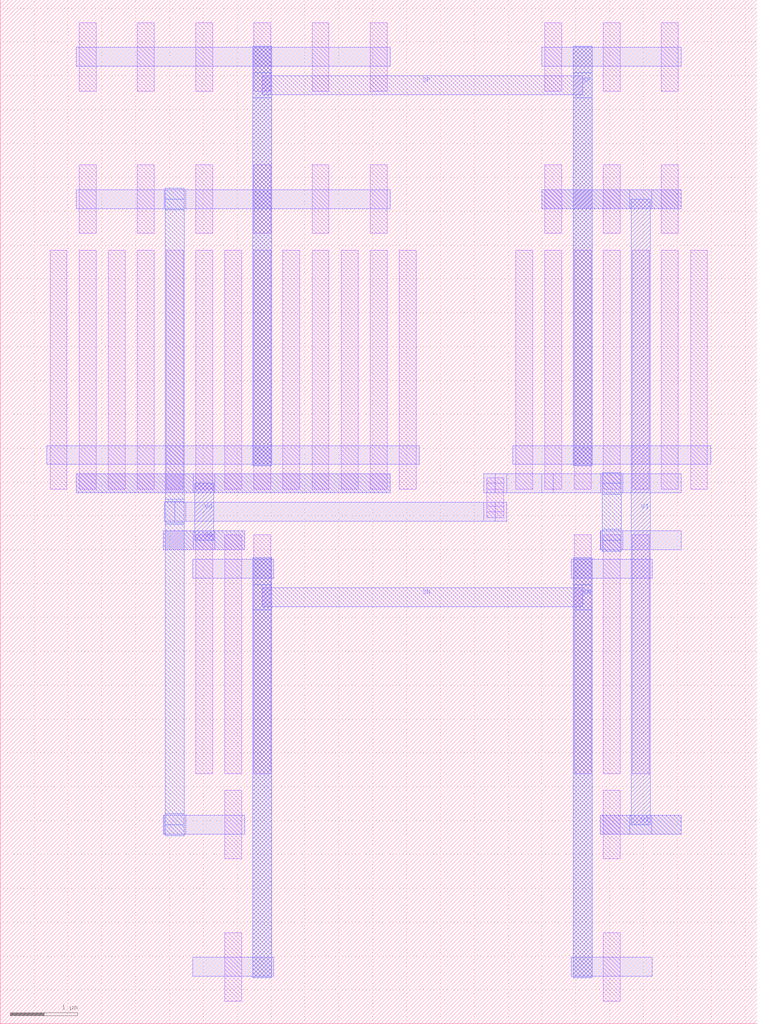
<source format=lef>
MACRO STAGE2_INV_2661262
  ORIGIN 0 0 ;
  FOREIGN STAGE2_INV_2661262 0 0 ;
  SIZE 11.18 BY 15.12 ;
  PIN VI
    DIRECTION INOUT ;
    USE SIGNAL ;
    PORT 
      LAYER M2 ;
        RECT 8 12.04 10.06 12.32 ;
      LAYER M2 ;
        RECT 8.86 2.8 10.06 3.08 ;
      LAYER M2 ;
        RECT 9.3 12.04 9.62 12.32 ;
      LAYER M3 ;
        RECT 9.32 2.94 9.6 12.18 ;
      LAYER M2 ;
        RECT 9.3 2.8 9.62 3.08 ;
    END
  END VI
  PIN SN
    DIRECTION INOUT ;
    USE SIGNAL ;
    PORT 
      LAYER M3 ;
        RECT 3.73 0.68 4.01 6.88 ;
      LAYER M3 ;
        RECT 8.46 0.68 8.74 6.88 ;
      LAYER M3 ;
        RECT 3.73 6.115 4.01 6.485 ;
      LAYER M2 ;
        RECT 3.87 6.16 8.6 6.44 ;
      LAYER M3 ;
        RECT 8.46 6.115 8.74 6.485 ;
    END
  END SN
  PIN VO
    DIRECTION INOUT ;
    USE SIGNAL ;
    PORT 
      LAYER M2 ;
        RECT 1.12 7.84 5.76 8.12 ;
      LAYER M2 ;
        RECT 2.41 7 3.61 7.28 ;
      LAYER M2 ;
        RECT 2.85 7.84 3.17 8.12 ;
      LAYER M3 ;
        RECT 2.87 7.14 3.15 7.98 ;
      LAYER M2 ;
        RECT 2.85 7 3.17 7.28 ;
    END
  END VO
  PIN SP
    DIRECTION INOUT ;
    USE SIGNAL ;
    PORT 
      LAYER M3 ;
        RECT 3.73 8.24 4.01 14.44 ;
      LAYER M3 ;
        RECT 8.46 8.24 8.74 14.44 ;
      LAYER M3 ;
        RECT 3.73 13.675 4.01 14.045 ;
      LAYER M2 ;
        RECT 3.87 13.72 8.6 14 ;
      LAYER M3 ;
        RECT 8.46 13.675 8.74 14.045 ;
    END
  END SP
  OBS 
  LAYER M2 ;
        RECT 1.12 12.04 5.76 12.32 ;
  LAYER M2 ;
        RECT 2.41 2.8 3.61 3.08 ;
  LAYER M2 ;
        RECT 8 7.84 10.06 8.12 ;
  LAYER M2 ;
        RECT 8.86 7 10.06 7.28 ;
  LAYER M2 ;
        RECT 2.42 12.04 2.74 12.32 ;
  LAYER M3 ;
        RECT 2.44 2.94 2.72 12.18 ;
  LAYER M2 ;
        RECT 2.42 2.8 2.74 3.08 ;
  LAYER M3 ;
        RECT 2.44 7.375 2.72 7.745 ;
  LAYER M2 ;
        RECT 2.58 7.42 7.31 7.7 ;
  LAYER M1 ;
        RECT 7.185 7.56 7.435 7.98 ;
  LAYER M2 ;
        RECT 7.31 7.84 8.17 8.12 ;
  LAYER M2 ;
        RECT 8.87 7.84 9.19 8.12 ;
  LAYER M3 ;
        RECT 8.89 7.14 9.17 7.98 ;
  LAYER M2 ;
        RECT 8.87 7 9.19 7.28 ;
  LAYER M2 ;
        RECT 2.42 12.04 2.74 12.32 ;
  LAYER M3 ;
        RECT 2.44 12.02 2.72 12.34 ;
  LAYER M2 ;
        RECT 2.42 2.8 2.74 3.08 ;
  LAYER M3 ;
        RECT 2.44 2.78 2.72 3.1 ;
  LAYER M2 ;
        RECT 2.42 12.04 2.74 12.32 ;
  LAYER M3 ;
        RECT 2.44 12.02 2.72 12.34 ;
  LAYER M2 ;
        RECT 2.42 2.8 2.74 3.08 ;
  LAYER M3 ;
        RECT 2.44 2.78 2.72 3.1 ;
  LAYER M1 ;
        RECT 7.185 7.895 7.435 8.065 ;
  LAYER M2 ;
        RECT 7.14 7.84 7.48 8.12 ;
  LAYER M1 ;
        RECT 7.185 7.475 7.435 7.645 ;
  LAYER M2 ;
        RECT 7.14 7.42 7.48 7.7 ;
  LAYER M2 ;
        RECT 2.42 12.04 2.74 12.32 ;
  LAYER M3 ;
        RECT 2.44 12.02 2.72 12.34 ;
  LAYER M2 ;
        RECT 2.42 7.42 2.74 7.7 ;
  LAYER M3 ;
        RECT 2.44 7.4 2.72 7.72 ;
  LAYER M2 ;
        RECT 2.42 2.8 2.74 3.08 ;
  LAYER M3 ;
        RECT 2.44 2.78 2.72 3.1 ;
  LAYER M1 ;
        RECT 7.185 7.895 7.435 8.065 ;
  LAYER M2 ;
        RECT 7.14 7.84 7.48 8.12 ;
  LAYER M1 ;
        RECT 7.185 7.475 7.435 7.645 ;
  LAYER M2 ;
        RECT 7.14 7.42 7.48 7.7 ;
  LAYER M2 ;
        RECT 2.42 12.04 2.74 12.32 ;
  LAYER M3 ;
        RECT 2.44 12.02 2.72 12.34 ;
  LAYER M2 ;
        RECT 2.42 7.42 2.74 7.7 ;
  LAYER M3 ;
        RECT 2.44 7.4 2.72 7.72 ;
  LAYER M2 ;
        RECT 2.42 2.8 2.74 3.08 ;
  LAYER M3 ;
        RECT 2.44 2.78 2.72 3.1 ;
  LAYER M1 ;
        RECT 7.185 7.895 7.435 8.065 ;
  LAYER M2 ;
        RECT 7.14 7.84 7.48 8.12 ;
  LAYER M1 ;
        RECT 7.185 7.475 7.435 7.645 ;
  LAYER M2 ;
        RECT 7.14 7.42 7.48 7.7 ;
  LAYER M2 ;
        RECT 2.42 12.04 2.74 12.32 ;
  LAYER M3 ;
        RECT 2.44 12.02 2.72 12.34 ;
  LAYER M2 ;
        RECT 2.42 7.42 2.74 7.7 ;
  LAYER M3 ;
        RECT 2.44 7.4 2.72 7.72 ;
  LAYER M2 ;
        RECT 2.42 2.8 2.74 3.08 ;
  LAYER M3 ;
        RECT 2.44 2.78 2.72 3.1 ;
  LAYER M2 ;
        RECT 8.87 7.84 9.19 8.12 ;
  LAYER M3 ;
        RECT 8.89 7.82 9.17 8.14 ;
  LAYER M2 ;
        RECT 8.87 7 9.19 7.28 ;
  LAYER M3 ;
        RECT 8.89 6.98 9.17 7.3 ;
  LAYER M1 ;
        RECT 7.185 7.895 7.435 8.065 ;
  LAYER M2 ;
        RECT 7.14 7.84 7.48 8.12 ;
  LAYER M1 ;
        RECT 7.185 7.475 7.435 7.645 ;
  LAYER M2 ;
        RECT 7.14 7.42 7.48 7.7 ;
  LAYER M2 ;
        RECT 2.42 12.04 2.74 12.32 ;
  LAYER M3 ;
        RECT 2.44 12.02 2.72 12.34 ;
  LAYER M2 ;
        RECT 2.42 7.42 2.74 7.7 ;
  LAYER M3 ;
        RECT 2.44 7.4 2.72 7.72 ;
  LAYER M2 ;
        RECT 2.42 2.8 2.74 3.08 ;
  LAYER M3 ;
        RECT 2.44 2.78 2.72 3.1 ;
  LAYER M2 ;
        RECT 8.87 7.84 9.19 8.12 ;
  LAYER M3 ;
        RECT 8.89 7.82 9.17 8.14 ;
  LAYER M2 ;
        RECT 8.87 7 9.19 7.28 ;
  LAYER M3 ;
        RECT 8.89 6.98 9.17 7.3 ;
  LAYER M1 ;
        RECT 8.905 3.695 9.155 7.225 ;
  LAYER M1 ;
        RECT 8.905 2.435 9.155 3.445 ;
  LAYER M1 ;
        RECT 8.905 0.335 9.155 1.345 ;
  LAYER M1 ;
        RECT 9.335 3.695 9.585 7.225 ;
  LAYER M1 ;
        RECT 8.475 3.695 8.725 7.225 ;
  LAYER M2 ;
        RECT 8.43 6.58 9.63 6.86 ;
  LAYER M2 ;
        RECT 8.43 0.7 9.63 0.98 ;
  LAYER M2 ;
        RECT 8.86 7 10.06 7.28 ;
  LAYER M2 ;
        RECT 8.86 2.8 10.06 3.08 ;
  LAYER M3 ;
        RECT 8.46 0.68 8.74 6.88 ;
  LAYER M1 ;
        RECT 3.315 3.695 3.565 7.225 ;
  LAYER M1 ;
        RECT 3.315 2.435 3.565 3.445 ;
  LAYER M1 ;
        RECT 3.315 0.335 3.565 1.345 ;
  LAYER M1 ;
        RECT 2.885 3.695 3.135 7.225 ;
  LAYER M1 ;
        RECT 3.745 3.695 3.995 7.225 ;
  LAYER M2 ;
        RECT 2.84 6.58 4.04 6.86 ;
  LAYER M2 ;
        RECT 2.84 0.7 4.04 0.98 ;
  LAYER M2 ;
        RECT 2.41 7 3.61 7.28 ;
  LAYER M2 ;
        RECT 2.41 2.8 3.61 3.08 ;
  LAYER M3 ;
        RECT 3.73 0.68 4.01 6.88 ;
  LAYER M1 ;
        RECT 9.765 7.895 10.015 11.425 ;
  LAYER M1 ;
        RECT 9.765 11.675 10.015 12.685 ;
  LAYER M1 ;
        RECT 9.765 13.775 10.015 14.785 ;
  LAYER M1 ;
        RECT 10.195 7.895 10.445 11.425 ;
  LAYER M1 ;
        RECT 9.335 7.895 9.585 11.425 ;
  LAYER M1 ;
        RECT 8.905 7.895 9.155 11.425 ;
  LAYER M1 ;
        RECT 8.905 11.675 9.155 12.685 ;
  LAYER M1 ;
        RECT 8.905 13.775 9.155 14.785 ;
  LAYER M1 ;
        RECT 8.475 7.895 8.725 11.425 ;
  LAYER M1 ;
        RECT 8.045 7.895 8.295 11.425 ;
  LAYER M1 ;
        RECT 8.045 11.675 8.295 12.685 ;
  LAYER M1 ;
        RECT 8.045 13.775 8.295 14.785 ;
  LAYER M1 ;
        RECT 7.615 7.895 7.865 11.425 ;
  LAYER M2 ;
        RECT 7.57 8.26 10.49 8.54 ;
  LAYER M2 ;
        RECT 8 14.14 10.06 14.42 ;
  LAYER M2 ;
        RECT 8 7.84 10.06 8.12 ;
  LAYER M2 ;
        RECT 8 12.04 10.06 12.32 ;
  LAYER M3 ;
        RECT 8.46 8.24 8.74 14.44 ;
  LAYER M1 ;
        RECT 1.165 7.895 1.415 11.425 ;
  LAYER M1 ;
        RECT 1.165 11.675 1.415 12.685 ;
  LAYER M1 ;
        RECT 1.165 13.775 1.415 14.785 ;
  LAYER M1 ;
        RECT 0.735 7.895 0.985 11.425 ;
  LAYER M1 ;
        RECT 1.595 7.895 1.845 11.425 ;
  LAYER M1 ;
        RECT 2.025 7.895 2.275 11.425 ;
  LAYER M1 ;
        RECT 2.025 11.675 2.275 12.685 ;
  LAYER M1 ;
        RECT 2.025 13.775 2.275 14.785 ;
  LAYER M1 ;
        RECT 2.455 7.895 2.705 11.425 ;
  LAYER M1 ;
        RECT 2.885 7.895 3.135 11.425 ;
  LAYER M1 ;
        RECT 2.885 11.675 3.135 12.685 ;
  LAYER M1 ;
        RECT 2.885 13.775 3.135 14.785 ;
  LAYER M1 ;
        RECT 3.315 7.895 3.565 11.425 ;
  LAYER M1 ;
        RECT 3.745 7.895 3.995 11.425 ;
  LAYER M1 ;
        RECT 3.745 11.675 3.995 12.685 ;
  LAYER M1 ;
        RECT 3.745 13.775 3.995 14.785 ;
  LAYER M1 ;
        RECT 4.175 7.895 4.425 11.425 ;
  LAYER M1 ;
        RECT 4.605 7.895 4.855 11.425 ;
  LAYER M1 ;
        RECT 4.605 11.675 4.855 12.685 ;
  LAYER M1 ;
        RECT 4.605 13.775 4.855 14.785 ;
  LAYER M1 ;
        RECT 5.035 7.895 5.285 11.425 ;
  LAYER M1 ;
        RECT 5.465 7.895 5.715 11.425 ;
  LAYER M1 ;
        RECT 5.465 11.675 5.715 12.685 ;
  LAYER M1 ;
        RECT 5.465 13.775 5.715 14.785 ;
  LAYER M1 ;
        RECT 5.895 7.895 6.145 11.425 ;
  LAYER M2 ;
        RECT 0.69 8.26 6.19 8.54 ;
  LAYER M2 ;
        RECT 1.12 14.14 5.76 14.42 ;
  LAYER M2 ;
        RECT 1.12 7.84 5.76 8.12 ;
  LAYER M2 ;
        RECT 1.12 12.04 5.76 12.32 ;
  LAYER M3 ;
        RECT 3.73 8.24 4.01 14.44 ;
  END 
END STAGE2_INV_2661262

</source>
